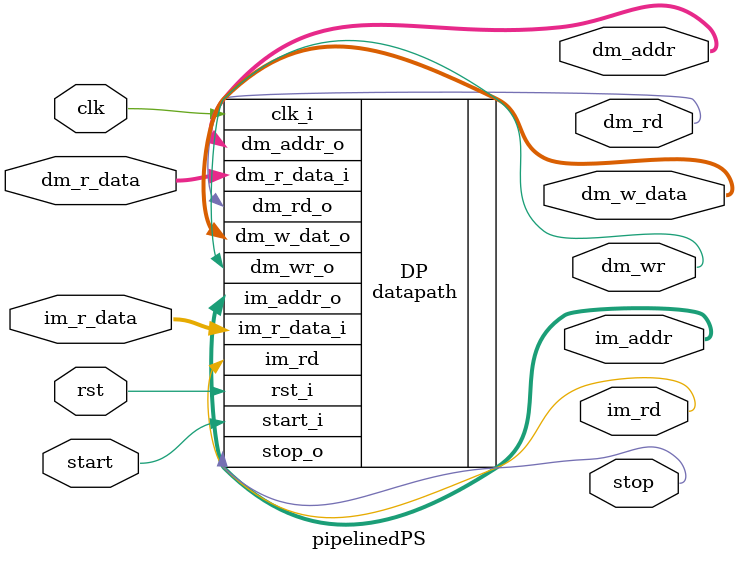
<source format=v>
`define OP_WIDTH 4
`define CV_WIDTH 10
`define HZ_CV_WIDTH 10
`define STATES_WIDTH 15
`define ADDR_WIDTH 8
`define DATA_WIDTH 16

module pipelinedPS(
           input  clk,
           input  rst,

           input  start,                  // to start the processor
           output stop,                   // to show that the processor is stopped

           //control signals for instruction memory (im)
           input   [`DATA_WIDTH-1:0] im_r_data,      // 16-bit read data of im
           output  [`ADDR_WIDTH-1:0]  im_addr,        // 8-bit data address of im
           output  im_rd,                 // read enable of im

           //control signals for data memory (dm)
           output  [`ADDR_WIDTH-1:0] dm_addr,         // 8-bit data address of dm
           output  dm_rd,                 // read enable of dm
           output  dm_wr,                 // write enable of dm

           //data for data memory (dm)
           input  [`DATA_WIDTH-1:0] dm_r_data,       // 16-bit read data
           output [`DATA_WIDTH-1:0] dm_w_data        // 16-bit write data
       );

//Controlpath
wire[`OP_WIDTH-1:0] opcode;
wire[`CV_WIDTH-1:0] control_vector;
wire[`STATES_WIDTH-1:0] path_states;
wire[`HZ_CV_WIDTH-1:0]  hazard_control_vector;

controlpath CP(
                //Main CTR
                .opcode_i(opcode),
                .control_vector_o(control_vector),

                //Hazard unit
                .path_states_i(path_states),
                .hazard_control_vector_o(hazard_control_vector)
            );

datapath DP(
             //Perpherals
             .clk_i(clk),
             .rst_i(rst),
             .start_i(start),

             .stop_o(stop),

             //data memory
             .dm_r_data_i(dm_r_data),

             .dm_addr_o(dm_addr),
             .dm_rd_o(dm_rd),
             .dm_w_dat_o(dm_w_data),
             .dm_wr_o(dm_wr),

             //instruction memory
             .im_r_data_i(im_r_data),

             .im_addr_o(im_addr),
             .im_rd(im_rd)
);

endmodule

</source>
